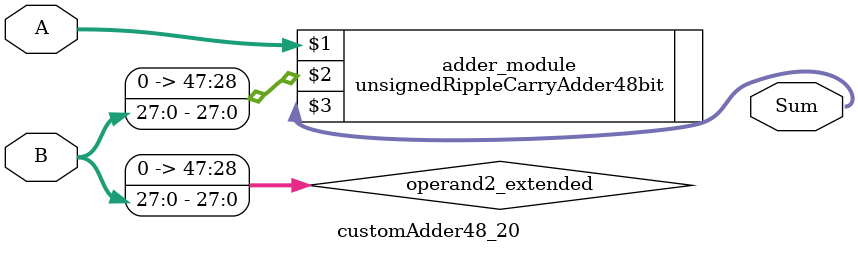
<source format=v>
module customAdder48_20(
                        input [47 : 0] A,
                        input [27 : 0] B,
                        
                        output [48 : 0] Sum
                );

        wire [47 : 0] operand2_extended;
        
        assign operand2_extended =  {20'b0, B};
        
        unsignedRippleCarryAdder48bit adder_module(
            A,
            operand2_extended,
            Sum
        );
        
        endmodule
        
</source>
